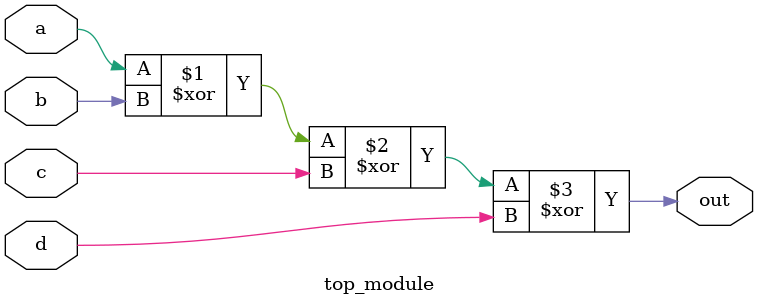
<source format=v>
module top_module(
           input a,
           input b,
           input c,
           input d,
           output out  );
assign out = a ^ b ^ c ^d;
endmodule

</source>
